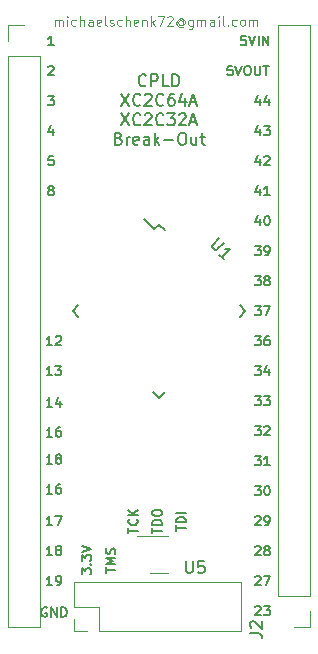
<source format=gbr>
G04 #@! TF.GenerationSoftware,KiCad,Pcbnew,(5.1.9-0-10_14)*
G04 #@! TF.CreationDate,2021-04-24T14:40:39+02:00*
G04 #@! TF.ProjectId,xilinx-cpld-breakout,78696c69-6e78-42d6-9370-6c642d627265,rev?*
G04 #@! TF.SameCoordinates,Original*
G04 #@! TF.FileFunction,Legend,Top*
G04 #@! TF.FilePolarity,Positive*
%FSLAX46Y46*%
G04 Gerber Fmt 4.6, Leading zero omitted, Abs format (unit mm)*
G04 Created by KiCad (PCBNEW (5.1.9-0-10_14)) date 2021-04-24 14:40:39*
%MOMM*%
%LPD*%
G01*
G04 APERTURE LIST*
%ADD10C,0.150000*%
%ADD11C,0.100000*%
%ADD12C,0.120000*%
G04 APERTURE END LIST*
D10*
X109416904Y-151949047D02*
X109416904Y-151491904D01*
X110216904Y-151720476D02*
X109416904Y-151720476D01*
X110216904Y-151225238D02*
X109416904Y-151225238D01*
X109416904Y-151034761D01*
X109455000Y-150920476D01*
X109531190Y-150844285D01*
X109607380Y-150806190D01*
X109759761Y-150768095D01*
X109874047Y-150768095D01*
X110026428Y-150806190D01*
X110102619Y-150844285D01*
X110178809Y-150920476D01*
X110216904Y-151034761D01*
X110216904Y-151225238D01*
X110216904Y-150425238D02*
X109416904Y-150425238D01*
X107384904Y-152177619D02*
X107384904Y-151720476D01*
X108184904Y-151949047D02*
X107384904Y-151949047D01*
X108184904Y-151453809D02*
X107384904Y-151453809D01*
X107384904Y-151263333D01*
X107423000Y-151149047D01*
X107499190Y-151072857D01*
X107575380Y-151034761D01*
X107727761Y-150996666D01*
X107842047Y-150996666D01*
X107994428Y-151034761D01*
X108070619Y-151072857D01*
X108146809Y-151149047D01*
X108184904Y-151263333D01*
X108184904Y-151453809D01*
X107384904Y-150501428D02*
X107384904Y-150349047D01*
X107423000Y-150272857D01*
X107499190Y-150196666D01*
X107651571Y-150158571D01*
X107918238Y-150158571D01*
X108070619Y-150196666D01*
X108146809Y-150272857D01*
X108184904Y-150349047D01*
X108184904Y-150501428D01*
X108146809Y-150577619D01*
X108070619Y-150653809D01*
X107918238Y-150691904D01*
X107651571Y-150691904D01*
X107499190Y-150653809D01*
X107423000Y-150577619D01*
X107384904Y-150501428D01*
X105352904Y-152158571D02*
X105352904Y-151701428D01*
X106152904Y-151930000D02*
X105352904Y-151930000D01*
X106076714Y-150977619D02*
X106114809Y-151015714D01*
X106152904Y-151130000D01*
X106152904Y-151206190D01*
X106114809Y-151320476D01*
X106038619Y-151396666D01*
X105962428Y-151434761D01*
X105810047Y-151472857D01*
X105695761Y-151472857D01*
X105543380Y-151434761D01*
X105467190Y-151396666D01*
X105391000Y-151320476D01*
X105352904Y-151206190D01*
X105352904Y-151130000D01*
X105391000Y-151015714D01*
X105429095Y-150977619D01*
X106152904Y-150634761D02*
X105352904Y-150634761D01*
X106152904Y-150177619D02*
X105695761Y-150520476D01*
X105352904Y-150177619D02*
X105810047Y-150634761D01*
X103447904Y-155498666D02*
X103447904Y-155041523D01*
X104247904Y-155270095D02*
X103447904Y-155270095D01*
X104247904Y-154774857D02*
X103447904Y-154774857D01*
X104019333Y-154508190D01*
X103447904Y-154241523D01*
X104247904Y-154241523D01*
X104209809Y-153898666D02*
X104247904Y-153784380D01*
X104247904Y-153593904D01*
X104209809Y-153517714D01*
X104171714Y-153479619D01*
X104095523Y-153441523D01*
X104019333Y-153441523D01*
X103943142Y-153479619D01*
X103905047Y-153517714D01*
X103866952Y-153593904D01*
X103828857Y-153746285D01*
X103790761Y-153822476D01*
X103752666Y-153860571D01*
X103676476Y-153898666D01*
X103600285Y-153898666D01*
X103524095Y-153860571D01*
X103486000Y-153822476D01*
X103447904Y-153746285D01*
X103447904Y-153555809D01*
X103486000Y-153441523D01*
X101415904Y-155612952D02*
X101415904Y-155117714D01*
X101720666Y-155384380D01*
X101720666Y-155270095D01*
X101758761Y-155193904D01*
X101796857Y-155155809D01*
X101873047Y-155117714D01*
X102063523Y-155117714D01*
X102139714Y-155155809D01*
X102177809Y-155193904D01*
X102215904Y-155270095D01*
X102215904Y-155498666D01*
X102177809Y-155574857D01*
X102139714Y-155612952D01*
X102139714Y-154774857D02*
X102177809Y-154736761D01*
X102215904Y-154774857D01*
X102177809Y-154812952D01*
X102139714Y-154774857D01*
X102215904Y-154774857D01*
X101415904Y-154470095D02*
X101415904Y-153974857D01*
X101720666Y-154241523D01*
X101720666Y-154127238D01*
X101758761Y-154051047D01*
X101796857Y-154012952D01*
X101873047Y-153974857D01*
X102063523Y-153974857D01*
X102139714Y-154012952D01*
X102177809Y-154051047D01*
X102215904Y-154127238D01*
X102215904Y-154355809D01*
X102177809Y-154432000D01*
X102139714Y-154470095D01*
X101415904Y-153746285D02*
X102215904Y-153479619D01*
X101415904Y-153212952D01*
X106854761Y-114214142D02*
X106807142Y-114261761D01*
X106664285Y-114309380D01*
X106569047Y-114309380D01*
X106426190Y-114261761D01*
X106330952Y-114166523D01*
X106283333Y-114071285D01*
X106235714Y-113880809D01*
X106235714Y-113737952D01*
X106283333Y-113547476D01*
X106330952Y-113452238D01*
X106426190Y-113357000D01*
X106569047Y-113309380D01*
X106664285Y-113309380D01*
X106807142Y-113357000D01*
X106854761Y-113404619D01*
X107283333Y-114309380D02*
X107283333Y-113309380D01*
X107664285Y-113309380D01*
X107759523Y-113357000D01*
X107807142Y-113404619D01*
X107854761Y-113499857D01*
X107854761Y-113642714D01*
X107807142Y-113737952D01*
X107759523Y-113785571D01*
X107664285Y-113833190D01*
X107283333Y-113833190D01*
X108759523Y-114309380D02*
X108283333Y-114309380D01*
X108283333Y-113309380D01*
X109092857Y-114309380D02*
X109092857Y-113309380D01*
X109330952Y-113309380D01*
X109473809Y-113357000D01*
X109569047Y-113452238D01*
X109616666Y-113547476D01*
X109664285Y-113737952D01*
X109664285Y-113880809D01*
X109616666Y-114071285D01*
X109569047Y-114166523D01*
X109473809Y-114261761D01*
X109330952Y-114309380D01*
X109092857Y-114309380D01*
X104759523Y-114959380D02*
X105426190Y-115959380D01*
X105426190Y-114959380D02*
X104759523Y-115959380D01*
X106378571Y-115864142D02*
X106330952Y-115911761D01*
X106188095Y-115959380D01*
X106092857Y-115959380D01*
X105950000Y-115911761D01*
X105854761Y-115816523D01*
X105807142Y-115721285D01*
X105759523Y-115530809D01*
X105759523Y-115387952D01*
X105807142Y-115197476D01*
X105854761Y-115102238D01*
X105950000Y-115007000D01*
X106092857Y-114959380D01*
X106188095Y-114959380D01*
X106330952Y-115007000D01*
X106378571Y-115054619D01*
X106759523Y-115054619D02*
X106807142Y-115007000D01*
X106902380Y-114959380D01*
X107140476Y-114959380D01*
X107235714Y-115007000D01*
X107283333Y-115054619D01*
X107330952Y-115149857D01*
X107330952Y-115245095D01*
X107283333Y-115387952D01*
X106711904Y-115959380D01*
X107330952Y-115959380D01*
X108330952Y-115864142D02*
X108283333Y-115911761D01*
X108140476Y-115959380D01*
X108045238Y-115959380D01*
X107902380Y-115911761D01*
X107807142Y-115816523D01*
X107759523Y-115721285D01*
X107711904Y-115530809D01*
X107711904Y-115387952D01*
X107759523Y-115197476D01*
X107807142Y-115102238D01*
X107902380Y-115007000D01*
X108045238Y-114959380D01*
X108140476Y-114959380D01*
X108283333Y-115007000D01*
X108330952Y-115054619D01*
X109188095Y-114959380D02*
X108997619Y-114959380D01*
X108902380Y-115007000D01*
X108854761Y-115054619D01*
X108759523Y-115197476D01*
X108711904Y-115387952D01*
X108711904Y-115768904D01*
X108759523Y-115864142D01*
X108807142Y-115911761D01*
X108902380Y-115959380D01*
X109092857Y-115959380D01*
X109188095Y-115911761D01*
X109235714Y-115864142D01*
X109283333Y-115768904D01*
X109283333Y-115530809D01*
X109235714Y-115435571D01*
X109188095Y-115387952D01*
X109092857Y-115340333D01*
X108902380Y-115340333D01*
X108807142Y-115387952D01*
X108759523Y-115435571D01*
X108711904Y-115530809D01*
X110140476Y-115292714D02*
X110140476Y-115959380D01*
X109902380Y-114911761D02*
X109664285Y-115626047D01*
X110283333Y-115626047D01*
X110616666Y-115673666D02*
X111092857Y-115673666D01*
X110521428Y-115959380D02*
X110854761Y-114959380D01*
X111188095Y-115959380D01*
X104759523Y-116609380D02*
X105426190Y-117609380D01*
X105426190Y-116609380D02*
X104759523Y-117609380D01*
X106378571Y-117514142D02*
X106330952Y-117561761D01*
X106188095Y-117609380D01*
X106092857Y-117609380D01*
X105950000Y-117561761D01*
X105854761Y-117466523D01*
X105807142Y-117371285D01*
X105759523Y-117180809D01*
X105759523Y-117037952D01*
X105807142Y-116847476D01*
X105854761Y-116752238D01*
X105950000Y-116657000D01*
X106092857Y-116609380D01*
X106188095Y-116609380D01*
X106330952Y-116657000D01*
X106378571Y-116704619D01*
X106759523Y-116704619D02*
X106807142Y-116657000D01*
X106902380Y-116609380D01*
X107140476Y-116609380D01*
X107235714Y-116657000D01*
X107283333Y-116704619D01*
X107330952Y-116799857D01*
X107330952Y-116895095D01*
X107283333Y-117037952D01*
X106711904Y-117609380D01*
X107330952Y-117609380D01*
X108330952Y-117514142D02*
X108283333Y-117561761D01*
X108140476Y-117609380D01*
X108045238Y-117609380D01*
X107902380Y-117561761D01*
X107807142Y-117466523D01*
X107759523Y-117371285D01*
X107711904Y-117180809D01*
X107711904Y-117037952D01*
X107759523Y-116847476D01*
X107807142Y-116752238D01*
X107902380Y-116657000D01*
X108045238Y-116609380D01*
X108140476Y-116609380D01*
X108283333Y-116657000D01*
X108330952Y-116704619D01*
X108664285Y-116609380D02*
X109283333Y-116609380D01*
X108950000Y-116990333D01*
X109092857Y-116990333D01*
X109188095Y-117037952D01*
X109235714Y-117085571D01*
X109283333Y-117180809D01*
X109283333Y-117418904D01*
X109235714Y-117514142D01*
X109188095Y-117561761D01*
X109092857Y-117609380D01*
X108807142Y-117609380D01*
X108711904Y-117561761D01*
X108664285Y-117514142D01*
X109664285Y-116704619D02*
X109711904Y-116657000D01*
X109807142Y-116609380D01*
X110045238Y-116609380D01*
X110140476Y-116657000D01*
X110188095Y-116704619D01*
X110235714Y-116799857D01*
X110235714Y-116895095D01*
X110188095Y-117037952D01*
X109616666Y-117609380D01*
X110235714Y-117609380D01*
X110616666Y-117323666D02*
X111092857Y-117323666D01*
X110521428Y-117609380D02*
X110854761Y-116609380D01*
X111188095Y-117609380D01*
X104545238Y-118735571D02*
X104688095Y-118783190D01*
X104735714Y-118830809D01*
X104783333Y-118926047D01*
X104783333Y-119068904D01*
X104735714Y-119164142D01*
X104688095Y-119211761D01*
X104592857Y-119259380D01*
X104211904Y-119259380D01*
X104211904Y-118259380D01*
X104545238Y-118259380D01*
X104640476Y-118307000D01*
X104688095Y-118354619D01*
X104735714Y-118449857D01*
X104735714Y-118545095D01*
X104688095Y-118640333D01*
X104640476Y-118687952D01*
X104545238Y-118735571D01*
X104211904Y-118735571D01*
X105211904Y-119259380D02*
X105211904Y-118592714D01*
X105211904Y-118783190D02*
X105259523Y-118687952D01*
X105307142Y-118640333D01*
X105402380Y-118592714D01*
X105497619Y-118592714D01*
X106211904Y-119211761D02*
X106116666Y-119259380D01*
X105926190Y-119259380D01*
X105830952Y-119211761D01*
X105783333Y-119116523D01*
X105783333Y-118735571D01*
X105830952Y-118640333D01*
X105926190Y-118592714D01*
X106116666Y-118592714D01*
X106211904Y-118640333D01*
X106259523Y-118735571D01*
X106259523Y-118830809D01*
X105783333Y-118926047D01*
X107116666Y-119259380D02*
X107116666Y-118735571D01*
X107069047Y-118640333D01*
X106973809Y-118592714D01*
X106783333Y-118592714D01*
X106688095Y-118640333D01*
X107116666Y-119211761D02*
X107021428Y-119259380D01*
X106783333Y-119259380D01*
X106688095Y-119211761D01*
X106640476Y-119116523D01*
X106640476Y-119021285D01*
X106688095Y-118926047D01*
X106783333Y-118878428D01*
X107021428Y-118878428D01*
X107116666Y-118830809D01*
X107592857Y-119259380D02*
X107592857Y-118259380D01*
X107688095Y-118878428D02*
X107973809Y-119259380D01*
X107973809Y-118592714D02*
X107592857Y-118973666D01*
X108402380Y-118878428D02*
X109164285Y-118878428D01*
X109830952Y-118259380D02*
X110021428Y-118259380D01*
X110116666Y-118307000D01*
X110211904Y-118402238D01*
X110259523Y-118592714D01*
X110259523Y-118926047D01*
X110211904Y-119116523D01*
X110116666Y-119211761D01*
X110021428Y-119259380D01*
X109830952Y-119259380D01*
X109735714Y-119211761D01*
X109640476Y-119116523D01*
X109592857Y-118926047D01*
X109592857Y-118592714D01*
X109640476Y-118402238D01*
X109735714Y-118307000D01*
X109830952Y-118259380D01*
X111116666Y-118592714D02*
X111116666Y-119259380D01*
X110688095Y-118592714D02*
X110688095Y-119116523D01*
X110735714Y-119211761D01*
X110830952Y-119259380D01*
X110973809Y-119259380D01*
X111069047Y-119211761D01*
X111116666Y-119164142D01*
X111450000Y-118592714D02*
X111830952Y-118592714D01*
X111592857Y-118259380D02*
X111592857Y-119116523D01*
X111640476Y-119211761D01*
X111735714Y-119259380D01*
X111830952Y-119259380D01*
D11*
X99124571Y-109200904D02*
X99124571Y-108667571D01*
X99124571Y-108743761D02*
X99162666Y-108705666D01*
X99238857Y-108667571D01*
X99353142Y-108667571D01*
X99429333Y-108705666D01*
X99467428Y-108781857D01*
X99467428Y-109200904D01*
X99467428Y-108781857D02*
X99505523Y-108705666D01*
X99581714Y-108667571D01*
X99696000Y-108667571D01*
X99772190Y-108705666D01*
X99810285Y-108781857D01*
X99810285Y-109200904D01*
X100191238Y-109200904D02*
X100191238Y-108667571D01*
X100191238Y-108400904D02*
X100153142Y-108439000D01*
X100191238Y-108477095D01*
X100229333Y-108439000D01*
X100191238Y-108400904D01*
X100191238Y-108477095D01*
X100915047Y-109162809D02*
X100838857Y-109200904D01*
X100686476Y-109200904D01*
X100610285Y-109162809D01*
X100572190Y-109124714D01*
X100534095Y-109048523D01*
X100534095Y-108819952D01*
X100572190Y-108743761D01*
X100610285Y-108705666D01*
X100686476Y-108667571D01*
X100838857Y-108667571D01*
X100915047Y-108705666D01*
X101257904Y-109200904D02*
X101257904Y-108400904D01*
X101600761Y-109200904D02*
X101600761Y-108781857D01*
X101562666Y-108705666D01*
X101486476Y-108667571D01*
X101372190Y-108667571D01*
X101296000Y-108705666D01*
X101257904Y-108743761D01*
X102324571Y-109200904D02*
X102324571Y-108781857D01*
X102286476Y-108705666D01*
X102210285Y-108667571D01*
X102057904Y-108667571D01*
X101981714Y-108705666D01*
X102324571Y-109162809D02*
X102248380Y-109200904D01*
X102057904Y-109200904D01*
X101981714Y-109162809D01*
X101943619Y-109086619D01*
X101943619Y-109010428D01*
X101981714Y-108934238D01*
X102057904Y-108896142D01*
X102248380Y-108896142D01*
X102324571Y-108858047D01*
X103010285Y-109162809D02*
X102934095Y-109200904D01*
X102781714Y-109200904D01*
X102705523Y-109162809D01*
X102667428Y-109086619D01*
X102667428Y-108781857D01*
X102705523Y-108705666D01*
X102781714Y-108667571D01*
X102934095Y-108667571D01*
X103010285Y-108705666D01*
X103048380Y-108781857D01*
X103048380Y-108858047D01*
X102667428Y-108934238D01*
X103505523Y-109200904D02*
X103429333Y-109162809D01*
X103391238Y-109086619D01*
X103391238Y-108400904D01*
X103772190Y-109162809D02*
X103848380Y-109200904D01*
X104000761Y-109200904D01*
X104076952Y-109162809D01*
X104115047Y-109086619D01*
X104115047Y-109048523D01*
X104076952Y-108972333D01*
X104000761Y-108934238D01*
X103886476Y-108934238D01*
X103810285Y-108896142D01*
X103772190Y-108819952D01*
X103772190Y-108781857D01*
X103810285Y-108705666D01*
X103886476Y-108667571D01*
X104000761Y-108667571D01*
X104076952Y-108705666D01*
X104800761Y-109162809D02*
X104724571Y-109200904D01*
X104572190Y-109200904D01*
X104496000Y-109162809D01*
X104457904Y-109124714D01*
X104419809Y-109048523D01*
X104419809Y-108819952D01*
X104457904Y-108743761D01*
X104496000Y-108705666D01*
X104572190Y-108667571D01*
X104724571Y-108667571D01*
X104800761Y-108705666D01*
X105143619Y-109200904D02*
X105143619Y-108400904D01*
X105486476Y-109200904D02*
X105486476Y-108781857D01*
X105448380Y-108705666D01*
X105372190Y-108667571D01*
X105257904Y-108667571D01*
X105181714Y-108705666D01*
X105143619Y-108743761D01*
X106172190Y-109162809D02*
X106096000Y-109200904D01*
X105943619Y-109200904D01*
X105867428Y-109162809D01*
X105829333Y-109086619D01*
X105829333Y-108781857D01*
X105867428Y-108705666D01*
X105943619Y-108667571D01*
X106096000Y-108667571D01*
X106172190Y-108705666D01*
X106210285Y-108781857D01*
X106210285Y-108858047D01*
X105829333Y-108934238D01*
X106553142Y-108667571D02*
X106553142Y-109200904D01*
X106553142Y-108743761D02*
X106591238Y-108705666D01*
X106667428Y-108667571D01*
X106781714Y-108667571D01*
X106857904Y-108705666D01*
X106896000Y-108781857D01*
X106896000Y-109200904D01*
X107276952Y-109200904D02*
X107276952Y-108400904D01*
X107353142Y-108896142D02*
X107581714Y-109200904D01*
X107581714Y-108667571D02*
X107276952Y-108972333D01*
X107848380Y-108400904D02*
X108381714Y-108400904D01*
X108038857Y-109200904D01*
X108648380Y-108477095D02*
X108686476Y-108439000D01*
X108762666Y-108400904D01*
X108953142Y-108400904D01*
X109029333Y-108439000D01*
X109067428Y-108477095D01*
X109105523Y-108553285D01*
X109105523Y-108629476D01*
X109067428Y-108743761D01*
X108610285Y-109200904D01*
X109105523Y-109200904D01*
X109943619Y-108819952D02*
X109905523Y-108781857D01*
X109829333Y-108743761D01*
X109753142Y-108743761D01*
X109676952Y-108781857D01*
X109638857Y-108819952D01*
X109600761Y-108896142D01*
X109600761Y-108972333D01*
X109638857Y-109048523D01*
X109676952Y-109086619D01*
X109753142Y-109124714D01*
X109829333Y-109124714D01*
X109905523Y-109086619D01*
X109943619Y-109048523D01*
X109943619Y-108743761D02*
X109943619Y-109048523D01*
X109981714Y-109086619D01*
X110019809Y-109086619D01*
X110096000Y-109048523D01*
X110134095Y-108972333D01*
X110134095Y-108781857D01*
X110057904Y-108667571D01*
X109943619Y-108591380D01*
X109791238Y-108553285D01*
X109638857Y-108591380D01*
X109524571Y-108667571D01*
X109448380Y-108781857D01*
X109410285Y-108934238D01*
X109448380Y-109086619D01*
X109524571Y-109200904D01*
X109638857Y-109277095D01*
X109791238Y-109315190D01*
X109943619Y-109277095D01*
X110057904Y-109200904D01*
X110819809Y-108667571D02*
X110819809Y-109315190D01*
X110781714Y-109391380D01*
X110743619Y-109429476D01*
X110667428Y-109467571D01*
X110553142Y-109467571D01*
X110476952Y-109429476D01*
X110819809Y-109162809D02*
X110743619Y-109200904D01*
X110591238Y-109200904D01*
X110515047Y-109162809D01*
X110476952Y-109124714D01*
X110438857Y-109048523D01*
X110438857Y-108819952D01*
X110476952Y-108743761D01*
X110515047Y-108705666D01*
X110591238Y-108667571D01*
X110743619Y-108667571D01*
X110819809Y-108705666D01*
X111200761Y-109200904D02*
X111200761Y-108667571D01*
X111200761Y-108743761D02*
X111238857Y-108705666D01*
X111315047Y-108667571D01*
X111429333Y-108667571D01*
X111505523Y-108705666D01*
X111543619Y-108781857D01*
X111543619Y-109200904D01*
X111543619Y-108781857D02*
X111581714Y-108705666D01*
X111657904Y-108667571D01*
X111772190Y-108667571D01*
X111848380Y-108705666D01*
X111886476Y-108781857D01*
X111886476Y-109200904D01*
X112610285Y-109200904D02*
X112610285Y-108781857D01*
X112572190Y-108705666D01*
X112496000Y-108667571D01*
X112343619Y-108667571D01*
X112267428Y-108705666D01*
X112610285Y-109162809D02*
X112534095Y-109200904D01*
X112343619Y-109200904D01*
X112267428Y-109162809D01*
X112229333Y-109086619D01*
X112229333Y-109010428D01*
X112267428Y-108934238D01*
X112343619Y-108896142D01*
X112534095Y-108896142D01*
X112610285Y-108858047D01*
X112991238Y-109200904D02*
X112991238Y-108667571D01*
X112991238Y-108400904D02*
X112953142Y-108439000D01*
X112991238Y-108477095D01*
X113029333Y-108439000D01*
X112991238Y-108400904D01*
X112991238Y-108477095D01*
X113486476Y-109200904D02*
X113410285Y-109162809D01*
X113372190Y-109086619D01*
X113372190Y-108400904D01*
X113791238Y-109124714D02*
X113829333Y-109162809D01*
X113791238Y-109200904D01*
X113753142Y-109162809D01*
X113791238Y-109124714D01*
X113791238Y-109200904D01*
X114515047Y-109162809D02*
X114438857Y-109200904D01*
X114286476Y-109200904D01*
X114210285Y-109162809D01*
X114172190Y-109124714D01*
X114134095Y-109048523D01*
X114134095Y-108819952D01*
X114172190Y-108743761D01*
X114210285Y-108705666D01*
X114286476Y-108667571D01*
X114438857Y-108667571D01*
X114515047Y-108705666D01*
X114972190Y-109200904D02*
X114896000Y-109162809D01*
X114857904Y-109124714D01*
X114819809Y-109048523D01*
X114819809Y-108819952D01*
X114857904Y-108743761D01*
X114896000Y-108705666D01*
X114972190Y-108667571D01*
X115086476Y-108667571D01*
X115162666Y-108705666D01*
X115200761Y-108743761D01*
X115238857Y-108819952D01*
X115238857Y-109048523D01*
X115200761Y-109124714D01*
X115162666Y-109162809D01*
X115086476Y-109200904D01*
X114972190Y-109200904D01*
X115581714Y-109200904D02*
X115581714Y-108667571D01*
X115581714Y-108743761D02*
X115619809Y-108705666D01*
X115696000Y-108667571D01*
X115810285Y-108667571D01*
X115886476Y-108705666D01*
X115924571Y-108781857D01*
X115924571Y-109200904D01*
X115924571Y-108781857D02*
X115962666Y-108705666D01*
X116038857Y-108667571D01*
X116153142Y-108667571D01*
X116229333Y-108705666D01*
X116267428Y-108781857D01*
X116267428Y-109200904D01*
D10*
X116103476Y-158388095D02*
X116141571Y-158350000D01*
X116217761Y-158311904D01*
X116408238Y-158311904D01*
X116484428Y-158350000D01*
X116522523Y-158388095D01*
X116560619Y-158464285D01*
X116560619Y-158540476D01*
X116522523Y-158654761D01*
X116065380Y-159111904D01*
X116560619Y-159111904D01*
X116827285Y-158311904D02*
X117322523Y-158311904D01*
X117055857Y-158616666D01*
X117170142Y-158616666D01*
X117246333Y-158654761D01*
X117284428Y-158692857D01*
X117322523Y-158769047D01*
X117322523Y-158959523D01*
X117284428Y-159035714D01*
X117246333Y-159073809D01*
X117170142Y-159111904D01*
X116941571Y-159111904D01*
X116865380Y-159073809D01*
X116827285Y-159035714D01*
X116103476Y-150768095D02*
X116141571Y-150730000D01*
X116217761Y-150691904D01*
X116408238Y-150691904D01*
X116484428Y-150730000D01*
X116522523Y-150768095D01*
X116560619Y-150844285D01*
X116560619Y-150920476D01*
X116522523Y-151034761D01*
X116065380Y-151491904D01*
X116560619Y-151491904D01*
X116941571Y-151491904D02*
X117093952Y-151491904D01*
X117170142Y-151453809D01*
X117208238Y-151415714D01*
X117284428Y-151301428D01*
X117322523Y-151149047D01*
X117322523Y-150844285D01*
X117284428Y-150768095D01*
X117246333Y-150730000D01*
X117170142Y-150691904D01*
X117017761Y-150691904D01*
X116941571Y-150730000D01*
X116903476Y-150768095D01*
X116865380Y-150844285D01*
X116865380Y-151034761D01*
X116903476Y-151110952D01*
X116941571Y-151149047D01*
X117017761Y-151187142D01*
X117170142Y-151187142D01*
X117246333Y-151149047D01*
X117284428Y-151110952D01*
X117322523Y-151034761D01*
X116103476Y-153308095D02*
X116141571Y-153270000D01*
X116217761Y-153231904D01*
X116408238Y-153231904D01*
X116484428Y-153270000D01*
X116522523Y-153308095D01*
X116560619Y-153384285D01*
X116560619Y-153460476D01*
X116522523Y-153574761D01*
X116065380Y-154031904D01*
X116560619Y-154031904D01*
X117017761Y-153574761D02*
X116941571Y-153536666D01*
X116903476Y-153498571D01*
X116865380Y-153422380D01*
X116865380Y-153384285D01*
X116903476Y-153308095D01*
X116941571Y-153270000D01*
X117017761Y-153231904D01*
X117170142Y-153231904D01*
X117246333Y-153270000D01*
X117284428Y-153308095D01*
X117322523Y-153384285D01*
X117322523Y-153422380D01*
X117284428Y-153498571D01*
X117246333Y-153536666D01*
X117170142Y-153574761D01*
X117017761Y-153574761D01*
X116941571Y-153612857D01*
X116903476Y-153650952D01*
X116865380Y-153727142D01*
X116865380Y-153879523D01*
X116903476Y-153955714D01*
X116941571Y-153993809D01*
X117017761Y-154031904D01*
X117170142Y-154031904D01*
X117246333Y-153993809D01*
X117284428Y-153955714D01*
X117322523Y-153879523D01*
X117322523Y-153727142D01*
X117284428Y-153650952D01*
X117246333Y-153612857D01*
X117170142Y-153574761D01*
X116103476Y-155848095D02*
X116141571Y-155810000D01*
X116217761Y-155771904D01*
X116408238Y-155771904D01*
X116484428Y-155810000D01*
X116522523Y-155848095D01*
X116560619Y-155924285D01*
X116560619Y-156000476D01*
X116522523Y-156114761D01*
X116065380Y-156571904D01*
X116560619Y-156571904D01*
X116827285Y-155771904D02*
X117360619Y-155771904D01*
X117017761Y-156571904D01*
X116065380Y-145611904D02*
X116560619Y-145611904D01*
X116293952Y-145916666D01*
X116408238Y-145916666D01*
X116484428Y-145954761D01*
X116522523Y-145992857D01*
X116560619Y-146069047D01*
X116560619Y-146259523D01*
X116522523Y-146335714D01*
X116484428Y-146373809D01*
X116408238Y-146411904D01*
X116179666Y-146411904D01*
X116103476Y-146373809D01*
X116065380Y-146335714D01*
X117322523Y-146411904D02*
X116865380Y-146411904D01*
X117093952Y-146411904D02*
X117093952Y-145611904D01*
X117017761Y-145726190D01*
X116941571Y-145802380D01*
X116865380Y-145840476D01*
X116065380Y-143071904D02*
X116560619Y-143071904D01*
X116293952Y-143376666D01*
X116408238Y-143376666D01*
X116484428Y-143414761D01*
X116522523Y-143452857D01*
X116560619Y-143529047D01*
X116560619Y-143719523D01*
X116522523Y-143795714D01*
X116484428Y-143833809D01*
X116408238Y-143871904D01*
X116179666Y-143871904D01*
X116103476Y-143833809D01*
X116065380Y-143795714D01*
X116865380Y-143148095D02*
X116903476Y-143110000D01*
X116979666Y-143071904D01*
X117170142Y-143071904D01*
X117246333Y-143110000D01*
X117284428Y-143148095D01*
X117322523Y-143224285D01*
X117322523Y-143300476D01*
X117284428Y-143414761D01*
X116827285Y-143871904D01*
X117322523Y-143871904D01*
X116065380Y-148151904D02*
X116560619Y-148151904D01*
X116293952Y-148456666D01*
X116408238Y-148456666D01*
X116484428Y-148494761D01*
X116522523Y-148532857D01*
X116560619Y-148609047D01*
X116560619Y-148799523D01*
X116522523Y-148875714D01*
X116484428Y-148913809D01*
X116408238Y-148951904D01*
X116179666Y-148951904D01*
X116103476Y-148913809D01*
X116065380Y-148875714D01*
X117055857Y-148151904D02*
X117132047Y-148151904D01*
X117208238Y-148190000D01*
X117246333Y-148228095D01*
X117284428Y-148304285D01*
X117322523Y-148456666D01*
X117322523Y-148647142D01*
X117284428Y-148799523D01*
X117246333Y-148875714D01*
X117208238Y-148913809D01*
X117132047Y-148951904D01*
X117055857Y-148951904D01*
X116979666Y-148913809D01*
X116941571Y-148875714D01*
X116903476Y-148799523D01*
X116865380Y-148647142D01*
X116865380Y-148456666D01*
X116903476Y-148304285D01*
X116941571Y-148228095D01*
X116979666Y-148190000D01*
X117055857Y-148151904D01*
X116065380Y-135451904D02*
X116560619Y-135451904D01*
X116293952Y-135756666D01*
X116408238Y-135756666D01*
X116484428Y-135794761D01*
X116522523Y-135832857D01*
X116560619Y-135909047D01*
X116560619Y-136099523D01*
X116522523Y-136175714D01*
X116484428Y-136213809D01*
X116408238Y-136251904D01*
X116179666Y-136251904D01*
X116103476Y-136213809D01*
X116065380Y-136175714D01*
X117246333Y-135451904D02*
X117093952Y-135451904D01*
X117017761Y-135490000D01*
X116979666Y-135528095D01*
X116903476Y-135642380D01*
X116865380Y-135794761D01*
X116865380Y-136099523D01*
X116903476Y-136175714D01*
X116941571Y-136213809D01*
X117017761Y-136251904D01*
X117170142Y-136251904D01*
X117246333Y-136213809D01*
X117284428Y-136175714D01*
X117322523Y-136099523D01*
X117322523Y-135909047D01*
X117284428Y-135832857D01*
X117246333Y-135794761D01*
X117170142Y-135756666D01*
X117017761Y-135756666D01*
X116941571Y-135794761D01*
X116903476Y-135832857D01*
X116865380Y-135909047D01*
X116065380Y-137991904D02*
X116560619Y-137991904D01*
X116293952Y-138296666D01*
X116408238Y-138296666D01*
X116484428Y-138334761D01*
X116522523Y-138372857D01*
X116560619Y-138449047D01*
X116560619Y-138639523D01*
X116522523Y-138715714D01*
X116484428Y-138753809D01*
X116408238Y-138791904D01*
X116179666Y-138791904D01*
X116103476Y-138753809D01*
X116065380Y-138715714D01*
X117246333Y-138258571D02*
X117246333Y-138791904D01*
X117055857Y-137953809D02*
X116865380Y-138525238D01*
X117360619Y-138525238D01*
X116065380Y-140531904D02*
X116560619Y-140531904D01*
X116293952Y-140836666D01*
X116408238Y-140836666D01*
X116484428Y-140874761D01*
X116522523Y-140912857D01*
X116560619Y-140989047D01*
X116560619Y-141179523D01*
X116522523Y-141255714D01*
X116484428Y-141293809D01*
X116408238Y-141331904D01*
X116179666Y-141331904D01*
X116103476Y-141293809D01*
X116065380Y-141255714D01*
X116827285Y-140531904D02*
X117322523Y-140531904D01*
X117055857Y-140836666D01*
X117170142Y-140836666D01*
X117246333Y-140874761D01*
X117284428Y-140912857D01*
X117322523Y-140989047D01*
X117322523Y-141179523D01*
X117284428Y-141255714D01*
X117246333Y-141293809D01*
X117170142Y-141331904D01*
X116941571Y-141331904D01*
X116865380Y-141293809D01*
X116827285Y-141255714D01*
X116065380Y-132911904D02*
X116560619Y-132911904D01*
X116293952Y-133216666D01*
X116408238Y-133216666D01*
X116484428Y-133254761D01*
X116522523Y-133292857D01*
X116560619Y-133369047D01*
X116560619Y-133559523D01*
X116522523Y-133635714D01*
X116484428Y-133673809D01*
X116408238Y-133711904D01*
X116179666Y-133711904D01*
X116103476Y-133673809D01*
X116065380Y-133635714D01*
X116827285Y-132911904D02*
X117360619Y-132911904D01*
X117017761Y-133711904D01*
X116065380Y-130371904D02*
X116560619Y-130371904D01*
X116293952Y-130676666D01*
X116408238Y-130676666D01*
X116484428Y-130714761D01*
X116522523Y-130752857D01*
X116560619Y-130829047D01*
X116560619Y-131019523D01*
X116522523Y-131095714D01*
X116484428Y-131133809D01*
X116408238Y-131171904D01*
X116179666Y-131171904D01*
X116103476Y-131133809D01*
X116065380Y-131095714D01*
X117017761Y-130714761D02*
X116941571Y-130676666D01*
X116903476Y-130638571D01*
X116865380Y-130562380D01*
X116865380Y-130524285D01*
X116903476Y-130448095D01*
X116941571Y-130410000D01*
X117017761Y-130371904D01*
X117170142Y-130371904D01*
X117246333Y-130410000D01*
X117284428Y-130448095D01*
X117322523Y-130524285D01*
X117322523Y-130562380D01*
X117284428Y-130638571D01*
X117246333Y-130676666D01*
X117170142Y-130714761D01*
X117017761Y-130714761D01*
X116941571Y-130752857D01*
X116903476Y-130790952D01*
X116865380Y-130867142D01*
X116865380Y-131019523D01*
X116903476Y-131095714D01*
X116941571Y-131133809D01*
X117017761Y-131171904D01*
X117170142Y-131171904D01*
X117246333Y-131133809D01*
X117284428Y-131095714D01*
X117322523Y-131019523D01*
X117322523Y-130867142D01*
X117284428Y-130790952D01*
X117246333Y-130752857D01*
X117170142Y-130714761D01*
X116065380Y-127831904D02*
X116560619Y-127831904D01*
X116293952Y-128136666D01*
X116408238Y-128136666D01*
X116484428Y-128174761D01*
X116522523Y-128212857D01*
X116560619Y-128289047D01*
X116560619Y-128479523D01*
X116522523Y-128555714D01*
X116484428Y-128593809D01*
X116408238Y-128631904D01*
X116179666Y-128631904D01*
X116103476Y-128593809D01*
X116065380Y-128555714D01*
X116941571Y-128631904D02*
X117093952Y-128631904D01*
X117170142Y-128593809D01*
X117208238Y-128555714D01*
X117284428Y-128441428D01*
X117322523Y-128289047D01*
X117322523Y-127984285D01*
X117284428Y-127908095D01*
X117246333Y-127870000D01*
X117170142Y-127831904D01*
X117017761Y-127831904D01*
X116941571Y-127870000D01*
X116903476Y-127908095D01*
X116865380Y-127984285D01*
X116865380Y-128174761D01*
X116903476Y-128250952D01*
X116941571Y-128289047D01*
X117017761Y-128327142D01*
X117170142Y-128327142D01*
X117246333Y-128289047D01*
X117284428Y-128250952D01*
X117322523Y-128174761D01*
X115316095Y-110051904D02*
X114935142Y-110051904D01*
X114897047Y-110432857D01*
X114935142Y-110394761D01*
X115011333Y-110356666D01*
X115201809Y-110356666D01*
X115278000Y-110394761D01*
X115316095Y-110432857D01*
X115354190Y-110509047D01*
X115354190Y-110699523D01*
X115316095Y-110775714D01*
X115278000Y-110813809D01*
X115201809Y-110851904D01*
X115011333Y-110851904D01*
X114935142Y-110813809D01*
X114897047Y-110775714D01*
X115582761Y-110051904D02*
X115849428Y-110851904D01*
X116116095Y-110051904D01*
X116382761Y-110851904D02*
X116382761Y-110051904D01*
X116763714Y-110851904D02*
X116763714Y-110051904D01*
X117220857Y-110851904D01*
X117220857Y-110051904D01*
X114147761Y-112591904D02*
X113766809Y-112591904D01*
X113728714Y-112972857D01*
X113766809Y-112934761D01*
X113843000Y-112896666D01*
X114033476Y-112896666D01*
X114109666Y-112934761D01*
X114147761Y-112972857D01*
X114185857Y-113049047D01*
X114185857Y-113239523D01*
X114147761Y-113315714D01*
X114109666Y-113353809D01*
X114033476Y-113391904D01*
X113843000Y-113391904D01*
X113766809Y-113353809D01*
X113728714Y-113315714D01*
X114414428Y-112591904D02*
X114681095Y-113391904D01*
X114947761Y-112591904D01*
X115366809Y-112591904D02*
X115519190Y-112591904D01*
X115595380Y-112630000D01*
X115671571Y-112706190D01*
X115709666Y-112858571D01*
X115709666Y-113125238D01*
X115671571Y-113277619D01*
X115595380Y-113353809D01*
X115519190Y-113391904D01*
X115366809Y-113391904D01*
X115290619Y-113353809D01*
X115214428Y-113277619D01*
X115176333Y-113125238D01*
X115176333Y-112858571D01*
X115214428Y-112706190D01*
X115290619Y-112630000D01*
X115366809Y-112591904D01*
X116052523Y-112591904D02*
X116052523Y-113239523D01*
X116090619Y-113315714D01*
X116128714Y-113353809D01*
X116204904Y-113391904D01*
X116357285Y-113391904D01*
X116433476Y-113353809D01*
X116471571Y-113315714D01*
X116509666Y-113239523D01*
X116509666Y-112591904D01*
X116776333Y-112591904D02*
X117233476Y-112591904D01*
X117004904Y-113391904D02*
X117004904Y-112591904D01*
X116484428Y-115398571D02*
X116484428Y-115931904D01*
X116293952Y-115093809D02*
X116103476Y-115665238D01*
X116598714Y-115665238D01*
X117246333Y-115398571D02*
X117246333Y-115931904D01*
X117055857Y-115093809D02*
X116865380Y-115665238D01*
X117360619Y-115665238D01*
X116484428Y-117938571D02*
X116484428Y-118471904D01*
X116293952Y-117633809D02*
X116103476Y-118205238D01*
X116598714Y-118205238D01*
X116827285Y-117671904D02*
X117322523Y-117671904D01*
X117055857Y-117976666D01*
X117170142Y-117976666D01*
X117246333Y-118014761D01*
X117284428Y-118052857D01*
X117322523Y-118129047D01*
X117322523Y-118319523D01*
X117284428Y-118395714D01*
X117246333Y-118433809D01*
X117170142Y-118471904D01*
X116941571Y-118471904D01*
X116865380Y-118433809D01*
X116827285Y-118395714D01*
X116484428Y-125558571D02*
X116484428Y-126091904D01*
X116293952Y-125253809D02*
X116103476Y-125825238D01*
X116598714Y-125825238D01*
X117055857Y-125291904D02*
X117132047Y-125291904D01*
X117208238Y-125330000D01*
X117246333Y-125368095D01*
X117284428Y-125444285D01*
X117322523Y-125596666D01*
X117322523Y-125787142D01*
X117284428Y-125939523D01*
X117246333Y-126015714D01*
X117208238Y-126053809D01*
X117132047Y-126091904D01*
X117055857Y-126091904D01*
X116979666Y-126053809D01*
X116941571Y-126015714D01*
X116903476Y-125939523D01*
X116865380Y-125787142D01*
X116865380Y-125596666D01*
X116903476Y-125444285D01*
X116941571Y-125368095D01*
X116979666Y-125330000D01*
X117055857Y-125291904D01*
X116484428Y-123018571D02*
X116484428Y-123551904D01*
X116293952Y-122713809D02*
X116103476Y-123285238D01*
X116598714Y-123285238D01*
X117322523Y-123551904D02*
X116865380Y-123551904D01*
X117093952Y-123551904D02*
X117093952Y-122751904D01*
X117017761Y-122866190D01*
X116941571Y-122942380D01*
X116865380Y-122980476D01*
X116484428Y-120478571D02*
X116484428Y-121011904D01*
X116293952Y-120173809D02*
X116103476Y-120745238D01*
X116598714Y-120745238D01*
X116865380Y-120288095D02*
X116903476Y-120250000D01*
X116979666Y-120211904D01*
X117170142Y-120211904D01*
X117246333Y-120250000D01*
X117284428Y-120288095D01*
X117322523Y-120364285D01*
X117322523Y-120440476D01*
X117284428Y-120554761D01*
X116827285Y-121011904D01*
X117322523Y-121011904D01*
X98450476Y-158477000D02*
X98374285Y-158438904D01*
X98260000Y-158438904D01*
X98145714Y-158477000D01*
X98069523Y-158553190D01*
X98031428Y-158629380D01*
X97993333Y-158781761D01*
X97993333Y-158896047D01*
X98031428Y-159048428D01*
X98069523Y-159124619D01*
X98145714Y-159200809D01*
X98260000Y-159238904D01*
X98336190Y-159238904D01*
X98450476Y-159200809D01*
X98488571Y-159162714D01*
X98488571Y-158896047D01*
X98336190Y-158896047D01*
X98831428Y-159238904D02*
X98831428Y-158438904D01*
X99288571Y-159238904D01*
X99288571Y-158438904D01*
X99669523Y-159238904D02*
X99669523Y-158438904D01*
X99860000Y-158438904D01*
X99974285Y-158477000D01*
X100050476Y-158553190D01*
X100088571Y-158629380D01*
X100126666Y-158781761D01*
X100126666Y-158896047D01*
X100088571Y-159048428D01*
X100050476Y-159124619D01*
X99974285Y-159200809D01*
X99860000Y-159238904D01*
X99669523Y-159238904D01*
X98907619Y-156571904D02*
X98450476Y-156571904D01*
X98679047Y-156571904D02*
X98679047Y-155771904D01*
X98602857Y-155886190D01*
X98526666Y-155962380D01*
X98450476Y-156000476D01*
X99288571Y-156571904D02*
X99440952Y-156571904D01*
X99517142Y-156533809D01*
X99555238Y-156495714D01*
X99631428Y-156381428D01*
X99669523Y-156229047D01*
X99669523Y-155924285D01*
X99631428Y-155848095D01*
X99593333Y-155810000D01*
X99517142Y-155771904D01*
X99364761Y-155771904D01*
X99288571Y-155810000D01*
X99250476Y-155848095D01*
X99212380Y-155924285D01*
X99212380Y-156114761D01*
X99250476Y-156190952D01*
X99288571Y-156229047D01*
X99364761Y-156267142D01*
X99517142Y-156267142D01*
X99593333Y-156229047D01*
X99631428Y-156190952D01*
X99669523Y-156114761D01*
X98907619Y-148824904D02*
X98450476Y-148824904D01*
X98679047Y-148824904D02*
X98679047Y-148024904D01*
X98602857Y-148139190D01*
X98526666Y-148215380D01*
X98450476Y-148253476D01*
X99593333Y-148024904D02*
X99440952Y-148024904D01*
X99364761Y-148063000D01*
X99326666Y-148101095D01*
X99250476Y-148215380D01*
X99212380Y-148367761D01*
X99212380Y-148672523D01*
X99250476Y-148748714D01*
X99288571Y-148786809D01*
X99364761Y-148824904D01*
X99517142Y-148824904D01*
X99593333Y-148786809D01*
X99631428Y-148748714D01*
X99669523Y-148672523D01*
X99669523Y-148482047D01*
X99631428Y-148405857D01*
X99593333Y-148367761D01*
X99517142Y-148329666D01*
X99364761Y-148329666D01*
X99288571Y-148367761D01*
X99250476Y-148405857D01*
X99212380Y-148482047D01*
X98907619Y-146284904D02*
X98450476Y-146284904D01*
X98679047Y-146284904D02*
X98679047Y-145484904D01*
X98602857Y-145599190D01*
X98526666Y-145675380D01*
X98450476Y-145713476D01*
X99364761Y-145827761D02*
X99288571Y-145789666D01*
X99250476Y-145751571D01*
X99212380Y-145675380D01*
X99212380Y-145637285D01*
X99250476Y-145561095D01*
X99288571Y-145523000D01*
X99364761Y-145484904D01*
X99517142Y-145484904D01*
X99593333Y-145523000D01*
X99631428Y-145561095D01*
X99669523Y-145637285D01*
X99669523Y-145675380D01*
X99631428Y-145751571D01*
X99593333Y-145789666D01*
X99517142Y-145827761D01*
X99364761Y-145827761D01*
X99288571Y-145865857D01*
X99250476Y-145903952D01*
X99212380Y-145980142D01*
X99212380Y-146132523D01*
X99250476Y-146208714D01*
X99288571Y-146246809D01*
X99364761Y-146284904D01*
X99517142Y-146284904D01*
X99593333Y-146246809D01*
X99631428Y-146208714D01*
X99669523Y-146132523D01*
X99669523Y-145980142D01*
X99631428Y-145903952D01*
X99593333Y-145865857D01*
X99517142Y-145827761D01*
X98907619Y-151491904D02*
X98450476Y-151491904D01*
X98679047Y-151491904D02*
X98679047Y-150691904D01*
X98602857Y-150806190D01*
X98526666Y-150882380D01*
X98450476Y-150920476D01*
X99174285Y-150691904D02*
X99707619Y-150691904D01*
X99364761Y-151491904D01*
X98907619Y-154031904D02*
X98450476Y-154031904D01*
X98679047Y-154031904D02*
X98679047Y-153231904D01*
X98602857Y-153346190D01*
X98526666Y-153422380D01*
X98450476Y-153460476D01*
X99364761Y-153574761D02*
X99288571Y-153536666D01*
X99250476Y-153498571D01*
X99212380Y-153422380D01*
X99212380Y-153384285D01*
X99250476Y-153308095D01*
X99288571Y-153270000D01*
X99364761Y-153231904D01*
X99517142Y-153231904D01*
X99593333Y-153270000D01*
X99631428Y-153308095D01*
X99669523Y-153384285D01*
X99669523Y-153422380D01*
X99631428Y-153498571D01*
X99593333Y-153536666D01*
X99517142Y-153574761D01*
X99364761Y-153574761D01*
X99288571Y-153612857D01*
X99250476Y-153650952D01*
X99212380Y-153727142D01*
X99212380Y-153879523D01*
X99250476Y-153955714D01*
X99288571Y-153993809D01*
X99364761Y-154031904D01*
X99517142Y-154031904D01*
X99593333Y-153993809D01*
X99631428Y-153955714D01*
X99669523Y-153879523D01*
X99669523Y-153727142D01*
X99631428Y-153650952D01*
X99593333Y-153612857D01*
X99517142Y-153574761D01*
X98907619Y-143998904D02*
X98450476Y-143998904D01*
X98679047Y-143998904D02*
X98679047Y-143198904D01*
X98602857Y-143313190D01*
X98526666Y-143389380D01*
X98450476Y-143427476D01*
X99593333Y-143198904D02*
X99440952Y-143198904D01*
X99364761Y-143237000D01*
X99326666Y-143275095D01*
X99250476Y-143389380D01*
X99212380Y-143541761D01*
X99212380Y-143846523D01*
X99250476Y-143922714D01*
X99288571Y-143960809D01*
X99364761Y-143998904D01*
X99517142Y-143998904D01*
X99593333Y-143960809D01*
X99631428Y-143922714D01*
X99669523Y-143846523D01*
X99669523Y-143656047D01*
X99631428Y-143579857D01*
X99593333Y-143541761D01*
X99517142Y-143503666D01*
X99364761Y-143503666D01*
X99288571Y-143541761D01*
X99250476Y-143579857D01*
X99212380Y-143656047D01*
X98907619Y-141458904D02*
X98450476Y-141458904D01*
X98679047Y-141458904D02*
X98679047Y-140658904D01*
X98602857Y-140773190D01*
X98526666Y-140849380D01*
X98450476Y-140887476D01*
X99593333Y-140925571D02*
X99593333Y-141458904D01*
X99402857Y-140620809D02*
X99212380Y-141192238D01*
X99707619Y-141192238D01*
X98907619Y-138791904D02*
X98450476Y-138791904D01*
X98679047Y-138791904D02*
X98679047Y-137991904D01*
X98602857Y-138106190D01*
X98526666Y-138182380D01*
X98450476Y-138220476D01*
X99174285Y-137991904D02*
X99669523Y-137991904D01*
X99402857Y-138296666D01*
X99517142Y-138296666D01*
X99593333Y-138334761D01*
X99631428Y-138372857D01*
X99669523Y-138449047D01*
X99669523Y-138639523D01*
X99631428Y-138715714D01*
X99593333Y-138753809D01*
X99517142Y-138791904D01*
X99288571Y-138791904D01*
X99212380Y-138753809D01*
X99174285Y-138715714D01*
X98907619Y-136251904D02*
X98450476Y-136251904D01*
X98679047Y-136251904D02*
X98679047Y-135451904D01*
X98602857Y-135566190D01*
X98526666Y-135642380D01*
X98450476Y-135680476D01*
X99212380Y-135528095D02*
X99250476Y-135490000D01*
X99326666Y-135451904D01*
X99517142Y-135451904D01*
X99593333Y-135490000D01*
X99631428Y-135528095D01*
X99669523Y-135604285D01*
X99669523Y-135680476D01*
X99631428Y-135794761D01*
X99174285Y-136251904D01*
X99669523Y-136251904D01*
X98729809Y-123094761D02*
X98653619Y-123056666D01*
X98615523Y-123018571D01*
X98577428Y-122942380D01*
X98577428Y-122904285D01*
X98615523Y-122828095D01*
X98653619Y-122790000D01*
X98729809Y-122751904D01*
X98882190Y-122751904D01*
X98958380Y-122790000D01*
X98996476Y-122828095D01*
X99034571Y-122904285D01*
X99034571Y-122942380D01*
X98996476Y-123018571D01*
X98958380Y-123056666D01*
X98882190Y-123094761D01*
X98729809Y-123094761D01*
X98653619Y-123132857D01*
X98615523Y-123170952D01*
X98577428Y-123247142D01*
X98577428Y-123399523D01*
X98615523Y-123475714D01*
X98653619Y-123513809D01*
X98729809Y-123551904D01*
X98882190Y-123551904D01*
X98958380Y-123513809D01*
X98996476Y-123475714D01*
X99034571Y-123399523D01*
X99034571Y-123247142D01*
X98996476Y-123170952D01*
X98958380Y-123132857D01*
X98882190Y-123094761D01*
X98996476Y-120211904D02*
X98615523Y-120211904D01*
X98577428Y-120592857D01*
X98615523Y-120554761D01*
X98691714Y-120516666D01*
X98882190Y-120516666D01*
X98958380Y-120554761D01*
X98996476Y-120592857D01*
X99034571Y-120669047D01*
X99034571Y-120859523D01*
X98996476Y-120935714D01*
X98958380Y-120973809D01*
X98882190Y-121011904D01*
X98691714Y-121011904D01*
X98615523Y-120973809D01*
X98577428Y-120935714D01*
X98958380Y-117938571D02*
X98958380Y-118471904D01*
X98767904Y-117633809D02*
X98577428Y-118205238D01*
X99072666Y-118205238D01*
X98539333Y-115131904D02*
X99034571Y-115131904D01*
X98767904Y-115436666D01*
X98882190Y-115436666D01*
X98958380Y-115474761D01*
X98996476Y-115512857D01*
X99034571Y-115589047D01*
X99034571Y-115779523D01*
X98996476Y-115855714D01*
X98958380Y-115893809D01*
X98882190Y-115931904D01*
X98653619Y-115931904D01*
X98577428Y-115893809D01*
X98539333Y-115855714D01*
X98577428Y-112668095D02*
X98615523Y-112630000D01*
X98691714Y-112591904D01*
X98882190Y-112591904D01*
X98958380Y-112630000D01*
X98996476Y-112668095D01*
X99034571Y-112744285D01*
X99034571Y-112820476D01*
X98996476Y-112934761D01*
X98539333Y-113391904D01*
X99034571Y-113391904D01*
X99034571Y-110851904D02*
X98577428Y-110851904D01*
X98806000Y-110851904D02*
X98806000Y-110051904D01*
X98729809Y-110166190D01*
X98653619Y-110242380D01*
X98577428Y-110280476D01*
D12*
X100794000Y-160445000D02*
X100794000Y-159385000D01*
X101854000Y-160445000D02*
X100794000Y-160445000D01*
X100794000Y-158385000D02*
X100794000Y-156325000D01*
X102854000Y-158385000D02*
X100794000Y-158385000D01*
X102854000Y-160445000D02*
X102854000Y-158385000D01*
X100794000Y-156325000D02*
X114914000Y-156325000D01*
X102854000Y-160445000D02*
X114914000Y-160445000D01*
X114914000Y-160445000D02*
X114914000Y-156325000D01*
D10*
X107543414Y-126438031D02*
X106641852Y-125536470D01*
X115268555Y-133350000D02*
X114791258Y-132872703D01*
X107950000Y-140668555D02*
X107472703Y-140191258D01*
X100631445Y-133350000D02*
X101108742Y-133827297D01*
X107950000Y-126031445D02*
X108427297Y-126508742D01*
X100631445Y-133350000D02*
X101108742Y-132872703D01*
X107950000Y-140668555D02*
X108427297Y-140191258D01*
X115268555Y-133350000D02*
X114791258Y-133827297D01*
X107950000Y-126031445D02*
X107543414Y-126438031D01*
D12*
X120710000Y-160080000D02*
X119380000Y-160080000D01*
X120710000Y-158750000D02*
X120710000Y-160080000D01*
X120710000Y-157480000D02*
X118050000Y-157480000D01*
X118050000Y-157480000D02*
X118050000Y-109160000D01*
X120710000Y-157480000D02*
X120710000Y-109160000D01*
X120710000Y-109160000D02*
X118050000Y-109160000D01*
X95190000Y-109160000D02*
X96520000Y-109160000D01*
X95190000Y-110490000D02*
X95190000Y-109160000D01*
X95190000Y-111760000D02*
X97850000Y-111760000D01*
X97850000Y-111760000D02*
X97850000Y-160080000D01*
X95190000Y-111760000D02*
X95190000Y-160080000D01*
X95190000Y-160080000D02*
X97850000Y-160080000D01*
X107950000Y-152427500D02*
X106100000Y-152427500D01*
X107950000Y-152427500D02*
X108700000Y-152427500D01*
X107950000Y-155547500D02*
X107200000Y-155547500D01*
X107950000Y-155547500D02*
X108700000Y-155547500D01*
D10*
X115657380Y-160607333D02*
X116371666Y-160607333D01*
X116514523Y-160654952D01*
X116609761Y-160750190D01*
X116657380Y-160893047D01*
X116657380Y-160988285D01*
X115752619Y-160178761D02*
X115705000Y-160131142D01*
X115657380Y-160035904D01*
X115657380Y-159797809D01*
X115705000Y-159702571D01*
X115752619Y-159654952D01*
X115847857Y-159607333D01*
X115943095Y-159607333D01*
X116085952Y-159654952D01*
X116657380Y-160226380D01*
X116657380Y-159607333D01*
X113066423Y-127156080D02*
X112494003Y-127728500D01*
X112460331Y-127829515D01*
X112460331Y-127896859D01*
X112494003Y-127997874D01*
X112628690Y-128132561D01*
X112729705Y-128166233D01*
X112797049Y-128166233D01*
X112898064Y-128132561D01*
X113470484Y-127560141D01*
X113470484Y-128974355D02*
X113066423Y-128570294D01*
X113268453Y-128772324D02*
X113975560Y-128065218D01*
X113807201Y-128098889D01*
X113672514Y-128098889D01*
X113571499Y-128065218D01*
X110236095Y-154519380D02*
X110236095Y-155328904D01*
X110283714Y-155424142D01*
X110331333Y-155471761D01*
X110426571Y-155519380D01*
X110617047Y-155519380D01*
X110712285Y-155471761D01*
X110759904Y-155424142D01*
X110807523Y-155328904D01*
X110807523Y-154519380D01*
X111759904Y-154519380D02*
X111283714Y-154519380D01*
X111236095Y-154995571D01*
X111283714Y-154947952D01*
X111378952Y-154900333D01*
X111617047Y-154900333D01*
X111712285Y-154947952D01*
X111759904Y-154995571D01*
X111807523Y-155090809D01*
X111807523Y-155328904D01*
X111759904Y-155424142D01*
X111712285Y-155471761D01*
X111617047Y-155519380D01*
X111378952Y-155519380D01*
X111283714Y-155471761D01*
X111236095Y-155424142D01*
M02*

</source>
